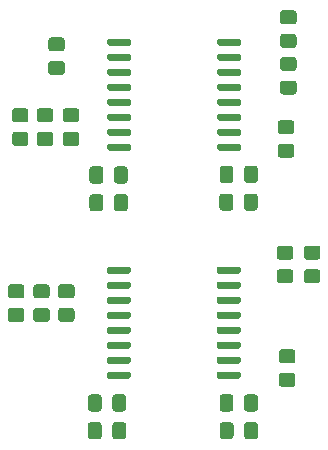
<source format=gtp>
G04 #@! TF.GenerationSoftware,KiCad,Pcbnew,(6.0.6)*
G04 #@! TF.CreationDate,2023-08-29T14:40:31+02:00*
G04 #@! TF.ProjectId,digital-isolator-6t2r,64696769-7461-46c2-9d69-736f6c61746f,rev?*
G04 #@! TF.SameCoordinates,Original*
G04 #@! TF.FileFunction,Paste,Top*
G04 #@! TF.FilePolarity,Positive*
%FSLAX46Y46*%
G04 Gerber Fmt 4.6, Leading zero omitted, Abs format (unit mm)*
G04 Created by KiCad (PCBNEW (6.0.6)) date 2023-08-29 14:40:31*
%MOMM*%
%LPD*%
G01*
G04 APERTURE LIST*
G04 APERTURE END LIST*
G36*
G01*
X105362500Y-45345000D02*
X105362500Y-45645000D01*
G75*
G02*
X105212500Y-45795000I-150000J0D01*
G01*
X103462500Y-45795000D01*
G75*
G02*
X103312500Y-45645000I0J150000D01*
G01*
X103312500Y-45345000D01*
G75*
G02*
X103462500Y-45195000I150000J0D01*
G01*
X105212500Y-45195000D01*
G75*
G02*
X105362500Y-45345000I0J-150000D01*
G01*
G37*
G36*
G01*
X105362500Y-44075000D02*
X105362500Y-44375000D01*
G75*
G02*
X105212500Y-44525000I-150000J0D01*
G01*
X103462500Y-44525000D01*
G75*
G02*
X103312500Y-44375000I0J150000D01*
G01*
X103312500Y-44075000D01*
G75*
G02*
X103462500Y-43925000I150000J0D01*
G01*
X105212500Y-43925000D01*
G75*
G02*
X105362500Y-44075000I0J-150000D01*
G01*
G37*
G36*
G01*
X105362500Y-42805000D02*
X105362500Y-43105000D01*
G75*
G02*
X105212500Y-43255000I-150000J0D01*
G01*
X103462500Y-43255000D01*
G75*
G02*
X103312500Y-43105000I0J150000D01*
G01*
X103312500Y-42805000D01*
G75*
G02*
X103462500Y-42655000I150000J0D01*
G01*
X105212500Y-42655000D01*
G75*
G02*
X105362500Y-42805000I0J-150000D01*
G01*
G37*
G36*
G01*
X105362500Y-41535000D02*
X105362500Y-41835000D01*
G75*
G02*
X105212500Y-41985000I-150000J0D01*
G01*
X103462500Y-41985000D01*
G75*
G02*
X103312500Y-41835000I0J150000D01*
G01*
X103312500Y-41535000D01*
G75*
G02*
X103462500Y-41385000I150000J0D01*
G01*
X105212500Y-41385000D01*
G75*
G02*
X105362500Y-41535000I0J-150000D01*
G01*
G37*
G36*
G01*
X105362500Y-40265000D02*
X105362500Y-40565000D01*
G75*
G02*
X105212500Y-40715000I-150000J0D01*
G01*
X103462500Y-40715000D01*
G75*
G02*
X103312500Y-40565000I0J150000D01*
G01*
X103312500Y-40265000D01*
G75*
G02*
X103462500Y-40115000I150000J0D01*
G01*
X105212500Y-40115000D01*
G75*
G02*
X105362500Y-40265000I0J-150000D01*
G01*
G37*
G36*
G01*
X105362500Y-38995000D02*
X105362500Y-39295000D01*
G75*
G02*
X105212500Y-39445000I-150000J0D01*
G01*
X103462500Y-39445000D01*
G75*
G02*
X103312500Y-39295000I0J150000D01*
G01*
X103312500Y-38995000D01*
G75*
G02*
X103462500Y-38845000I150000J0D01*
G01*
X105212500Y-38845000D01*
G75*
G02*
X105362500Y-38995000I0J-150000D01*
G01*
G37*
G36*
G01*
X105362500Y-37725000D02*
X105362500Y-38025000D01*
G75*
G02*
X105212500Y-38175000I-150000J0D01*
G01*
X103462500Y-38175000D01*
G75*
G02*
X103312500Y-38025000I0J150000D01*
G01*
X103312500Y-37725000D01*
G75*
G02*
X103462500Y-37575000I150000J0D01*
G01*
X105212500Y-37575000D01*
G75*
G02*
X105362500Y-37725000I0J-150000D01*
G01*
G37*
G36*
G01*
X105362500Y-36455000D02*
X105362500Y-36755000D01*
G75*
G02*
X105212500Y-36905000I-150000J0D01*
G01*
X103462500Y-36905000D01*
G75*
G02*
X103312500Y-36755000I0J150000D01*
G01*
X103312500Y-36455000D01*
G75*
G02*
X103462500Y-36305000I150000J0D01*
G01*
X105212500Y-36305000D01*
G75*
G02*
X105362500Y-36455000I0J-150000D01*
G01*
G37*
G36*
G01*
X96062500Y-36455000D02*
X96062500Y-36755000D01*
G75*
G02*
X95912500Y-36905000I-150000J0D01*
G01*
X94162500Y-36905000D01*
G75*
G02*
X94012500Y-36755000I0J150000D01*
G01*
X94012500Y-36455000D01*
G75*
G02*
X94162500Y-36305000I150000J0D01*
G01*
X95912500Y-36305000D01*
G75*
G02*
X96062500Y-36455000I0J-150000D01*
G01*
G37*
G36*
G01*
X96062500Y-37725000D02*
X96062500Y-38025000D01*
G75*
G02*
X95912500Y-38175000I-150000J0D01*
G01*
X94162500Y-38175000D01*
G75*
G02*
X94012500Y-38025000I0J150000D01*
G01*
X94012500Y-37725000D01*
G75*
G02*
X94162500Y-37575000I150000J0D01*
G01*
X95912500Y-37575000D01*
G75*
G02*
X96062500Y-37725000I0J-150000D01*
G01*
G37*
G36*
G01*
X96062500Y-38995000D02*
X96062500Y-39295000D01*
G75*
G02*
X95912500Y-39445000I-150000J0D01*
G01*
X94162500Y-39445000D01*
G75*
G02*
X94012500Y-39295000I0J150000D01*
G01*
X94012500Y-38995000D01*
G75*
G02*
X94162500Y-38845000I150000J0D01*
G01*
X95912500Y-38845000D01*
G75*
G02*
X96062500Y-38995000I0J-150000D01*
G01*
G37*
G36*
G01*
X96062500Y-40265000D02*
X96062500Y-40565000D01*
G75*
G02*
X95912500Y-40715000I-150000J0D01*
G01*
X94162500Y-40715000D01*
G75*
G02*
X94012500Y-40565000I0J150000D01*
G01*
X94012500Y-40265000D01*
G75*
G02*
X94162500Y-40115000I150000J0D01*
G01*
X95912500Y-40115000D01*
G75*
G02*
X96062500Y-40265000I0J-150000D01*
G01*
G37*
G36*
G01*
X96062500Y-41535000D02*
X96062500Y-41835000D01*
G75*
G02*
X95912500Y-41985000I-150000J0D01*
G01*
X94162500Y-41985000D01*
G75*
G02*
X94012500Y-41835000I0J150000D01*
G01*
X94012500Y-41535000D01*
G75*
G02*
X94162500Y-41385000I150000J0D01*
G01*
X95912500Y-41385000D01*
G75*
G02*
X96062500Y-41535000I0J-150000D01*
G01*
G37*
G36*
G01*
X96062500Y-42805000D02*
X96062500Y-43105000D01*
G75*
G02*
X95912500Y-43255000I-150000J0D01*
G01*
X94162500Y-43255000D01*
G75*
G02*
X94012500Y-43105000I0J150000D01*
G01*
X94012500Y-42805000D01*
G75*
G02*
X94162500Y-42655000I150000J0D01*
G01*
X95912500Y-42655000D01*
G75*
G02*
X96062500Y-42805000I0J-150000D01*
G01*
G37*
G36*
G01*
X96062500Y-44075000D02*
X96062500Y-44375000D01*
G75*
G02*
X95912500Y-44525000I-150000J0D01*
G01*
X94162500Y-44525000D01*
G75*
G02*
X94012500Y-44375000I0J150000D01*
G01*
X94012500Y-44075000D01*
G75*
G02*
X94162500Y-43925000I150000J0D01*
G01*
X95912500Y-43925000D01*
G75*
G02*
X96062500Y-44075000I0J-150000D01*
G01*
G37*
G36*
G01*
X96062500Y-45345000D02*
X96062500Y-45645000D01*
G75*
G02*
X95912500Y-45795000I-150000J0D01*
G01*
X94162500Y-45795000D01*
G75*
G02*
X94012500Y-45645000I0J150000D01*
G01*
X94012500Y-45345000D01*
G75*
G02*
X94162500Y-45195000I150000J0D01*
G01*
X95912500Y-45195000D01*
G75*
G02*
X96062500Y-45345000I0J-150000D01*
G01*
G37*
G36*
G01*
X95762500Y-49725000D02*
X95762500Y-50675000D01*
G75*
G02*
X95512500Y-50925000I-250000J0D01*
G01*
X94837500Y-50925000D01*
G75*
G02*
X94587500Y-50675000I0J250000D01*
G01*
X94587500Y-49725000D01*
G75*
G02*
X94837500Y-49475000I250000J0D01*
G01*
X95512500Y-49475000D01*
G75*
G02*
X95762500Y-49725000I0J-250000D01*
G01*
G37*
G36*
G01*
X93687500Y-49725000D02*
X93687500Y-50675000D01*
G75*
G02*
X93437500Y-50925000I-250000J0D01*
G01*
X92762500Y-50925000D01*
G75*
G02*
X92512500Y-50675000I0J250000D01*
G01*
X92512500Y-49725000D01*
G75*
G02*
X92762500Y-49475000I250000J0D01*
G01*
X93437500Y-49475000D01*
G75*
G02*
X93687500Y-49725000I0J-250000D01*
G01*
G37*
G36*
G01*
X109800000Y-37100000D02*
X108900000Y-37100000D01*
G75*
G02*
X108650000Y-36850000I0J250000D01*
G01*
X108650000Y-36150000D01*
G75*
G02*
X108900000Y-35900000I250000J0D01*
G01*
X109800000Y-35900000D01*
G75*
G02*
X110050000Y-36150000I0J-250000D01*
G01*
X110050000Y-36850000D01*
G75*
G02*
X109800000Y-37100000I-250000J0D01*
G01*
G37*
G36*
G01*
X109800000Y-35100000D02*
X108900000Y-35100000D01*
G75*
G02*
X108650000Y-34850000I0J250000D01*
G01*
X108650000Y-34150000D01*
G75*
G02*
X108900000Y-33900000I250000J0D01*
G01*
X109800000Y-33900000D01*
G75*
G02*
X110050000Y-34150000I0J-250000D01*
G01*
X110050000Y-34850000D01*
G75*
G02*
X109800000Y-35100000I-250000J0D01*
G01*
G37*
G36*
G01*
X86750000Y-60300000D02*
X85850000Y-60300000D01*
G75*
G02*
X85600000Y-60050000I0J250000D01*
G01*
X85600000Y-59350000D01*
G75*
G02*
X85850000Y-59100000I250000J0D01*
G01*
X86750000Y-59100000D01*
G75*
G02*
X87000000Y-59350000I0J-250000D01*
G01*
X87000000Y-60050000D01*
G75*
G02*
X86750000Y-60300000I-250000J0D01*
G01*
G37*
G36*
G01*
X86750000Y-58300000D02*
X85850000Y-58300000D01*
G75*
G02*
X85600000Y-58050000I0J250000D01*
G01*
X85600000Y-57350000D01*
G75*
G02*
X85850000Y-57100000I250000J0D01*
G01*
X86750000Y-57100000D01*
G75*
G02*
X87000000Y-57350000I0J-250000D01*
G01*
X87000000Y-58050000D01*
G75*
G02*
X86750000Y-58300000I-250000J0D01*
G01*
G37*
G36*
G01*
X103512500Y-50625000D02*
X103512500Y-49675000D01*
G75*
G02*
X103762500Y-49425000I250000J0D01*
G01*
X104437500Y-49425000D01*
G75*
G02*
X104687500Y-49675000I0J-250000D01*
G01*
X104687500Y-50625000D01*
G75*
G02*
X104437500Y-50875000I-250000J0D01*
G01*
X103762500Y-50875000D01*
G75*
G02*
X103512500Y-50625000I0J250000D01*
G01*
G37*
G36*
G01*
X105587500Y-50625000D02*
X105587500Y-49675000D01*
G75*
G02*
X105837500Y-49425000I250000J0D01*
G01*
X106512500Y-49425000D01*
G75*
G02*
X106762500Y-49675000I0J-250000D01*
G01*
X106762500Y-50625000D01*
G75*
G02*
X106512500Y-50875000I-250000J0D01*
G01*
X105837500Y-50875000D01*
G75*
G02*
X105587500Y-50625000I0J250000D01*
G01*
G37*
G36*
G01*
X88300000Y-42200000D02*
X89200000Y-42200000D01*
G75*
G02*
X89450000Y-42450000I0J-250000D01*
G01*
X89450000Y-43150000D01*
G75*
G02*
X89200000Y-43400000I-250000J0D01*
G01*
X88300000Y-43400000D01*
G75*
G02*
X88050000Y-43150000I0J250000D01*
G01*
X88050000Y-42450000D01*
G75*
G02*
X88300000Y-42200000I250000J0D01*
G01*
G37*
G36*
G01*
X88300000Y-44200000D02*
X89200000Y-44200000D01*
G75*
G02*
X89450000Y-44450000I0J-250000D01*
G01*
X89450000Y-45150000D01*
G75*
G02*
X89200000Y-45400000I-250000J0D01*
G01*
X88300000Y-45400000D01*
G75*
G02*
X88050000Y-45150000I0J250000D01*
G01*
X88050000Y-44450000D01*
G75*
G02*
X88300000Y-44200000I250000J0D01*
G01*
G37*
G36*
G01*
X111820000Y-57020000D02*
X110920000Y-57020000D01*
G75*
G02*
X110670000Y-56770000I0J250000D01*
G01*
X110670000Y-56070000D01*
G75*
G02*
X110920000Y-55820000I250000J0D01*
G01*
X111820000Y-55820000D01*
G75*
G02*
X112070000Y-56070000I0J-250000D01*
G01*
X112070000Y-56770000D01*
G75*
G02*
X111820000Y-57020000I-250000J0D01*
G01*
G37*
G36*
G01*
X111820000Y-55020000D02*
X110920000Y-55020000D01*
G75*
G02*
X110670000Y-54770000I0J250000D01*
G01*
X110670000Y-54070000D01*
G75*
G02*
X110920000Y-53820000I250000J0D01*
G01*
X111820000Y-53820000D01*
G75*
G02*
X112070000Y-54070000I0J-250000D01*
G01*
X112070000Y-54770000D01*
G75*
G02*
X111820000Y-55020000I-250000J0D01*
G01*
G37*
G36*
G01*
X95762500Y-47375000D02*
X95762500Y-48325000D01*
G75*
G02*
X95512500Y-48575000I-250000J0D01*
G01*
X94837500Y-48575000D01*
G75*
G02*
X94587500Y-48325000I0J250000D01*
G01*
X94587500Y-47375000D01*
G75*
G02*
X94837500Y-47125000I250000J0D01*
G01*
X95512500Y-47125000D01*
G75*
G02*
X95762500Y-47375000I0J-250000D01*
G01*
G37*
G36*
G01*
X93687500Y-47375000D02*
X93687500Y-48325000D01*
G75*
G02*
X93437500Y-48575000I-250000J0D01*
G01*
X92762500Y-48575000D01*
G75*
G02*
X92512500Y-48325000I0J250000D01*
G01*
X92512500Y-47375000D01*
G75*
G02*
X92762500Y-47125000I250000J0D01*
G01*
X93437500Y-47125000D01*
G75*
G02*
X93687500Y-47375000I0J-250000D01*
G01*
G37*
G36*
G01*
X88900000Y-60300000D02*
X88000000Y-60300000D01*
G75*
G02*
X87750000Y-60050000I0J250000D01*
G01*
X87750000Y-59350000D01*
G75*
G02*
X88000000Y-59100000I250000J0D01*
G01*
X88900000Y-59100000D01*
G75*
G02*
X89150000Y-59350000I0J-250000D01*
G01*
X89150000Y-60050000D01*
G75*
G02*
X88900000Y-60300000I-250000J0D01*
G01*
G37*
G36*
G01*
X88900000Y-58300000D02*
X88000000Y-58300000D01*
G75*
G02*
X87750000Y-58050000I0J250000D01*
G01*
X87750000Y-57350000D01*
G75*
G02*
X88000000Y-57100000I250000J0D01*
G01*
X88900000Y-57100000D01*
G75*
G02*
X89150000Y-57350000I0J-250000D01*
G01*
X89150000Y-58050000D01*
G75*
G02*
X88900000Y-58300000I-250000J0D01*
G01*
G37*
G36*
G01*
X103525000Y-67625000D02*
X103525000Y-66675000D01*
G75*
G02*
X103775000Y-66425000I250000J0D01*
G01*
X104450000Y-66425000D01*
G75*
G02*
X104700000Y-66675000I0J-250000D01*
G01*
X104700000Y-67625000D01*
G75*
G02*
X104450000Y-67875000I-250000J0D01*
G01*
X103775000Y-67875000D01*
G75*
G02*
X103525000Y-67625000I0J250000D01*
G01*
G37*
G36*
G01*
X105600000Y-67625000D02*
X105600000Y-66675000D01*
G75*
G02*
X105850000Y-66425000I250000J0D01*
G01*
X106525000Y-66425000D01*
G75*
G02*
X106775000Y-66675000I0J-250000D01*
G01*
X106775000Y-67625000D01*
G75*
G02*
X106525000Y-67875000I-250000J0D01*
G01*
X105850000Y-67875000D01*
G75*
G02*
X105600000Y-67625000I0J250000D01*
G01*
G37*
G36*
G01*
X109800000Y-41050000D02*
X108900000Y-41050000D01*
G75*
G02*
X108650000Y-40800000I0J250000D01*
G01*
X108650000Y-40100000D01*
G75*
G02*
X108900000Y-39850000I250000J0D01*
G01*
X109800000Y-39850000D01*
G75*
G02*
X110050000Y-40100000I0J-250000D01*
G01*
X110050000Y-40800000D01*
G75*
G02*
X109800000Y-41050000I-250000J0D01*
G01*
G37*
G36*
G01*
X109800000Y-39050000D02*
X108900000Y-39050000D01*
G75*
G02*
X108650000Y-38800000I0J250000D01*
G01*
X108650000Y-38100000D01*
G75*
G02*
X108900000Y-37850000I250000J0D01*
G01*
X109800000Y-37850000D01*
G75*
G02*
X110050000Y-38100000I0J-250000D01*
G01*
X110050000Y-38800000D01*
G75*
G02*
X109800000Y-39050000I-250000J0D01*
G01*
G37*
G36*
G01*
X108700000Y-43200000D02*
X109600000Y-43200000D01*
G75*
G02*
X109850000Y-43450000I0J-250000D01*
G01*
X109850000Y-44150000D01*
G75*
G02*
X109600000Y-44400000I-250000J0D01*
G01*
X108700000Y-44400000D01*
G75*
G02*
X108450000Y-44150000I0J250000D01*
G01*
X108450000Y-43450000D01*
G75*
G02*
X108700000Y-43200000I250000J0D01*
G01*
G37*
G36*
G01*
X108700000Y-45200000D02*
X109600000Y-45200000D01*
G75*
G02*
X109850000Y-45450000I0J-250000D01*
G01*
X109850000Y-46150000D01*
G75*
G02*
X109600000Y-46400000I-250000J0D01*
G01*
X108700000Y-46400000D01*
G75*
G02*
X108450000Y-46150000I0J250000D01*
G01*
X108450000Y-45450000D01*
G75*
G02*
X108700000Y-45200000I250000J0D01*
G01*
G37*
G36*
G01*
X105325000Y-64645000D02*
X105325000Y-64945000D01*
G75*
G02*
X105175000Y-65095000I-150000J0D01*
G01*
X103425000Y-65095000D01*
G75*
G02*
X103275000Y-64945000I0J150000D01*
G01*
X103275000Y-64645000D01*
G75*
G02*
X103425000Y-64495000I150000J0D01*
G01*
X105175000Y-64495000D01*
G75*
G02*
X105325000Y-64645000I0J-150000D01*
G01*
G37*
G36*
G01*
X105325000Y-63375000D02*
X105325000Y-63675000D01*
G75*
G02*
X105175000Y-63825000I-150000J0D01*
G01*
X103425000Y-63825000D01*
G75*
G02*
X103275000Y-63675000I0J150000D01*
G01*
X103275000Y-63375000D01*
G75*
G02*
X103425000Y-63225000I150000J0D01*
G01*
X105175000Y-63225000D01*
G75*
G02*
X105325000Y-63375000I0J-150000D01*
G01*
G37*
G36*
G01*
X105325000Y-62105000D02*
X105325000Y-62405000D01*
G75*
G02*
X105175000Y-62555000I-150000J0D01*
G01*
X103425000Y-62555000D01*
G75*
G02*
X103275000Y-62405000I0J150000D01*
G01*
X103275000Y-62105000D01*
G75*
G02*
X103425000Y-61955000I150000J0D01*
G01*
X105175000Y-61955000D01*
G75*
G02*
X105325000Y-62105000I0J-150000D01*
G01*
G37*
G36*
G01*
X105325000Y-60835000D02*
X105325000Y-61135000D01*
G75*
G02*
X105175000Y-61285000I-150000J0D01*
G01*
X103425000Y-61285000D01*
G75*
G02*
X103275000Y-61135000I0J150000D01*
G01*
X103275000Y-60835000D01*
G75*
G02*
X103425000Y-60685000I150000J0D01*
G01*
X105175000Y-60685000D01*
G75*
G02*
X105325000Y-60835000I0J-150000D01*
G01*
G37*
G36*
G01*
X105325000Y-59565000D02*
X105325000Y-59865000D01*
G75*
G02*
X105175000Y-60015000I-150000J0D01*
G01*
X103425000Y-60015000D01*
G75*
G02*
X103275000Y-59865000I0J150000D01*
G01*
X103275000Y-59565000D01*
G75*
G02*
X103425000Y-59415000I150000J0D01*
G01*
X105175000Y-59415000D01*
G75*
G02*
X105325000Y-59565000I0J-150000D01*
G01*
G37*
G36*
G01*
X105325000Y-58295000D02*
X105325000Y-58595000D01*
G75*
G02*
X105175000Y-58745000I-150000J0D01*
G01*
X103425000Y-58745000D01*
G75*
G02*
X103275000Y-58595000I0J150000D01*
G01*
X103275000Y-58295000D01*
G75*
G02*
X103425000Y-58145000I150000J0D01*
G01*
X105175000Y-58145000D01*
G75*
G02*
X105325000Y-58295000I0J-150000D01*
G01*
G37*
G36*
G01*
X105325000Y-57025000D02*
X105325000Y-57325000D01*
G75*
G02*
X105175000Y-57475000I-150000J0D01*
G01*
X103425000Y-57475000D01*
G75*
G02*
X103275000Y-57325000I0J150000D01*
G01*
X103275000Y-57025000D01*
G75*
G02*
X103425000Y-56875000I150000J0D01*
G01*
X105175000Y-56875000D01*
G75*
G02*
X105325000Y-57025000I0J-150000D01*
G01*
G37*
G36*
G01*
X105325000Y-55755000D02*
X105325000Y-56055000D01*
G75*
G02*
X105175000Y-56205000I-150000J0D01*
G01*
X103425000Y-56205000D01*
G75*
G02*
X103275000Y-56055000I0J150000D01*
G01*
X103275000Y-55755000D01*
G75*
G02*
X103425000Y-55605000I150000J0D01*
G01*
X105175000Y-55605000D01*
G75*
G02*
X105325000Y-55755000I0J-150000D01*
G01*
G37*
G36*
G01*
X96025000Y-55755000D02*
X96025000Y-56055000D01*
G75*
G02*
X95875000Y-56205000I-150000J0D01*
G01*
X94125000Y-56205000D01*
G75*
G02*
X93975000Y-56055000I0J150000D01*
G01*
X93975000Y-55755000D01*
G75*
G02*
X94125000Y-55605000I150000J0D01*
G01*
X95875000Y-55605000D01*
G75*
G02*
X96025000Y-55755000I0J-150000D01*
G01*
G37*
G36*
G01*
X96025000Y-57025000D02*
X96025000Y-57325000D01*
G75*
G02*
X95875000Y-57475000I-150000J0D01*
G01*
X94125000Y-57475000D01*
G75*
G02*
X93975000Y-57325000I0J150000D01*
G01*
X93975000Y-57025000D01*
G75*
G02*
X94125000Y-56875000I150000J0D01*
G01*
X95875000Y-56875000D01*
G75*
G02*
X96025000Y-57025000I0J-150000D01*
G01*
G37*
G36*
G01*
X96025000Y-58295000D02*
X96025000Y-58595000D01*
G75*
G02*
X95875000Y-58745000I-150000J0D01*
G01*
X94125000Y-58745000D01*
G75*
G02*
X93975000Y-58595000I0J150000D01*
G01*
X93975000Y-58295000D01*
G75*
G02*
X94125000Y-58145000I150000J0D01*
G01*
X95875000Y-58145000D01*
G75*
G02*
X96025000Y-58295000I0J-150000D01*
G01*
G37*
G36*
G01*
X96025000Y-59565000D02*
X96025000Y-59865000D01*
G75*
G02*
X95875000Y-60015000I-150000J0D01*
G01*
X94125000Y-60015000D01*
G75*
G02*
X93975000Y-59865000I0J150000D01*
G01*
X93975000Y-59565000D01*
G75*
G02*
X94125000Y-59415000I150000J0D01*
G01*
X95875000Y-59415000D01*
G75*
G02*
X96025000Y-59565000I0J-150000D01*
G01*
G37*
G36*
G01*
X96025000Y-60835000D02*
X96025000Y-61135000D01*
G75*
G02*
X95875000Y-61285000I-150000J0D01*
G01*
X94125000Y-61285000D01*
G75*
G02*
X93975000Y-61135000I0J150000D01*
G01*
X93975000Y-60835000D01*
G75*
G02*
X94125000Y-60685000I150000J0D01*
G01*
X95875000Y-60685000D01*
G75*
G02*
X96025000Y-60835000I0J-150000D01*
G01*
G37*
G36*
G01*
X96025000Y-62105000D02*
X96025000Y-62405000D01*
G75*
G02*
X95875000Y-62555000I-150000J0D01*
G01*
X94125000Y-62555000D01*
G75*
G02*
X93975000Y-62405000I0J150000D01*
G01*
X93975000Y-62105000D01*
G75*
G02*
X94125000Y-61955000I150000J0D01*
G01*
X95875000Y-61955000D01*
G75*
G02*
X96025000Y-62105000I0J-150000D01*
G01*
G37*
G36*
G01*
X96025000Y-63375000D02*
X96025000Y-63675000D01*
G75*
G02*
X95875000Y-63825000I-150000J0D01*
G01*
X94125000Y-63825000D01*
G75*
G02*
X93975000Y-63675000I0J150000D01*
G01*
X93975000Y-63375000D01*
G75*
G02*
X94125000Y-63225000I150000J0D01*
G01*
X95875000Y-63225000D01*
G75*
G02*
X96025000Y-63375000I0J-150000D01*
G01*
G37*
G36*
G01*
X96025000Y-64645000D02*
X96025000Y-64945000D01*
G75*
G02*
X95875000Y-65095000I-150000J0D01*
G01*
X94125000Y-65095000D01*
G75*
G02*
X93975000Y-64945000I0J150000D01*
G01*
X93975000Y-64645000D01*
G75*
G02*
X94125000Y-64495000I150000J0D01*
G01*
X95875000Y-64495000D01*
G75*
G02*
X96025000Y-64645000I0J-150000D01*
G01*
G37*
G36*
G01*
X95625000Y-69025000D02*
X95625000Y-69975000D01*
G75*
G02*
X95375000Y-70225000I-250000J0D01*
G01*
X94700000Y-70225000D01*
G75*
G02*
X94450000Y-69975000I0J250000D01*
G01*
X94450000Y-69025000D01*
G75*
G02*
X94700000Y-68775000I250000J0D01*
G01*
X95375000Y-68775000D01*
G75*
G02*
X95625000Y-69025000I0J-250000D01*
G01*
G37*
G36*
G01*
X93550000Y-69025000D02*
X93550000Y-69975000D01*
G75*
G02*
X93300000Y-70225000I-250000J0D01*
G01*
X92625000Y-70225000D01*
G75*
G02*
X92375000Y-69975000I0J250000D01*
G01*
X92375000Y-69025000D01*
G75*
G02*
X92625000Y-68775000I250000J0D01*
G01*
X93300000Y-68775000D01*
G75*
G02*
X93550000Y-69025000I0J-250000D01*
G01*
G37*
G36*
G01*
X103537500Y-69975000D02*
X103537500Y-69025000D01*
G75*
G02*
X103787500Y-68775000I250000J0D01*
G01*
X104462500Y-68775000D01*
G75*
G02*
X104712500Y-69025000I0J-250000D01*
G01*
X104712500Y-69975000D01*
G75*
G02*
X104462500Y-70225000I-250000J0D01*
G01*
X103787500Y-70225000D01*
G75*
G02*
X103537500Y-69975000I0J250000D01*
G01*
G37*
G36*
G01*
X105612500Y-69975000D02*
X105612500Y-69025000D01*
G75*
G02*
X105862500Y-68775000I250000J0D01*
G01*
X106537500Y-68775000D01*
G75*
G02*
X106787500Y-69025000I0J-250000D01*
G01*
X106787500Y-69975000D01*
G75*
G02*
X106537500Y-70225000I-250000J0D01*
G01*
X105862500Y-70225000D01*
G75*
G02*
X105612500Y-69975000I0J250000D01*
G01*
G37*
G36*
G01*
X109520000Y-57020000D02*
X108620000Y-57020000D01*
G75*
G02*
X108370000Y-56770000I0J250000D01*
G01*
X108370000Y-56070000D01*
G75*
G02*
X108620000Y-55820000I250000J0D01*
G01*
X109520000Y-55820000D01*
G75*
G02*
X109770000Y-56070000I0J-250000D01*
G01*
X109770000Y-56770000D01*
G75*
G02*
X109520000Y-57020000I-250000J0D01*
G01*
G37*
G36*
G01*
X109520000Y-55020000D02*
X108620000Y-55020000D01*
G75*
G02*
X108370000Y-54770000I0J250000D01*
G01*
X108370000Y-54070000D01*
G75*
G02*
X108620000Y-53820000I250000J0D01*
G01*
X109520000Y-53820000D01*
G75*
G02*
X109770000Y-54070000I0J-250000D01*
G01*
X109770000Y-54770000D01*
G75*
G02*
X109520000Y-55020000I-250000J0D01*
G01*
G37*
G36*
G01*
X91000000Y-60300000D02*
X90100000Y-60300000D01*
G75*
G02*
X89850000Y-60050000I0J250000D01*
G01*
X89850000Y-59350000D01*
G75*
G02*
X90100000Y-59100000I250000J0D01*
G01*
X91000000Y-59100000D01*
G75*
G02*
X91250000Y-59350000I0J-250000D01*
G01*
X91250000Y-60050000D01*
G75*
G02*
X91000000Y-60300000I-250000J0D01*
G01*
G37*
G36*
G01*
X91000000Y-58300000D02*
X90100000Y-58300000D01*
G75*
G02*
X89850000Y-58050000I0J250000D01*
G01*
X89850000Y-57350000D01*
G75*
G02*
X90100000Y-57100000I250000J0D01*
G01*
X91000000Y-57100000D01*
G75*
G02*
X91250000Y-57350000I0J-250000D01*
G01*
X91250000Y-58050000D01*
G75*
G02*
X91000000Y-58300000I-250000J0D01*
G01*
G37*
G36*
G01*
X86200000Y-42200000D02*
X87100000Y-42200000D01*
G75*
G02*
X87350000Y-42450000I0J-250000D01*
G01*
X87350000Y-43150000D01*
G75*
G02*
X87100000Y-43400000I-250000J0D01*
G01*
X86200000Y-43400000D01*
G75*
G02*
X85950000Y-43150000I0J250000D01*
G01*
X85950000Y-42450000D01*
G75*
G02*
X86200000Y-42200000I250000J0D01*
G01*
G37*
G36*
G01*
X86200000Y-44200000D02*
X87100000Y-44200000D01*
G75*
G02*
X87350000Y-44450000I0J-250000D01*
G01*
X87350000Y-45150000D01*
G75*
G02*
X87100000Y-45400000I-250000J0D01*
G01*
X86200000Y-45400000D01*
G75*
G02*
X85950000Y-45150000I0J250000D01*
G01*
X85950000Y-44450000D01*
G75*
G02*
X86200000Y-44200000I250000J0D01*
G01*
G37*
G36*
G01*
X108800000Y-62600000D02*
X109700000Y-62600000D01*
G75*
G02*
X109950000Y-62850000I0J-250000D01*
G01*
X109950000Y-63550000D01*
G75*
G02*
X109700000Y-63800000I-250000J0D01*
G01*
X108800000Y-63800000D01*
G75*
G02*
X108550000Y-63550000I0J250000D01*
G01*
X108550000Y-62850000D01*
G75*
G02*
X108800000Y-62600000I250000J0D01*
G01*
G37*
G36*
G01*
X108800000Y-64600000D02*
X109700000Y-64600000D01*
G75*
G02*
X109950000Y-64850000I0J-250000D01*
G01*
X109950000Y-65550000D01*
G75*
G02*
X109700000Y-65800000I-250000J0D01*
G01*
X108800000Y-65800000D01*
G75*
G02*
X108550000Y-65550000I0J250000D01*
G01*
X108550000Y-64850000D01*
G75*
G02*
X108800000Y-64600000I250000J0D01*
G01*
G37*
G36*
G01*
X103525000Y-48275000D02*
X103525000Y-47325000D01*
G75*
G02*
X103775000Y-47075000I250000J0D01*
G01*
X104450000Y-47075000D01*
G75*
G02*
X104700000Y-47325000I0J-250000D01*
G01*
X104700000Y-48275000D01*
G75*
G02*
X104450000Y-48525000I-250000J0D01*
G01*
X103775000Y-48525000D01*
G75*
G02*
X103525000Y-48275000I0J250000D01*
G01*
G37*
G36*
G01*
X105600000Y-48275000D02*
X105600000Y-47325000D01*
G75*
G02*
X105850000Y-47075000I250000J0D01*
G01*
X106525000Y-47075000D01*
G75*
G02*
X106775000Y-47325000I0J-250000D01*
G01*
X106775000Y-48275000D01*
G75*
G02*
X106525000Y-48525000I-250000J0D01*
G01*
X105850000Y-48525000D01*
G75*
G02*
X105600000Y-48275000I0J250000D01*
G01*
G37*
G36*
G01*
X90500000Y-42200000D02*
X91400000Y-42200000D01*
G75*
G02*
X91650000Y-42450000I0J-250000D01*
G01*
X91650000Y-43150000D01*
G75*
G02*
X91400000Y-43400000I-250000J0D01*
G01*
X90500000Y-43400000D01*
G75*
G02*
X90250000Y-43150000I0J250000D01*
G01*
X90250000Y-42450000D01*
G75*
G02*
X90500000Y-42200000I250000J0D01*
G01*
G37*
G36*
G01*
X90500000Y-44200000D02*
X91400000Y-44200000D01*
G75*
G02*
X91650000Y-44450000I0J-250000D01*
G01*
X91650000Y-45150000D01*
G75*
G02*
X91400000Y-45400000I-250000J0D01*
G01*
X90500000Y-45400000D01*
G75*
G02*
X90250000Y-45150000I0J250000D01*
G01*
X90250000Y-44450000D01*
G75*
G02*
X90500000Y-44200000I250000J0D01*
G01*
G37*
G36*
G01*
X90170000Y-39390000D02*
X89270000Y-39390000D01*
G75*
G02*
X89020000Y-39140000I0J250000D01*
G01*
X89020000Y-38440000D01*
G75*
G02*
X89270000Y-38190000I250000J0D01*
G01*
X90170000Y-38190000D01*
G75*
G02*
X90420000Y-38440000I0J-250000D01*
G01*
X90420000Y-39140000D01*
G75*
G02*
X90170000Y-39390000I-250000J0D01*
G01*
G37*
G36*
G01*
X90170000Y-37390000D02*
X89270000Y-37390000D01*
G75*
G02*
X89020000Y-37140000I0J250000D01*
G01*
X89020000Y-36440000D01*
G75*
G02*
X89270000Y-36190000I250000J0D01*
G01*
X90170000Y-36190000D01*
G75*
G02*
X90420000Y-36440000I0J-250000D01*
G01*
X90420000Y-37140000D01*
G75*
G02*
X90170000Y-37390000I-250000J0D01*
G01*
G37*
G36*
G01*
X95625000Y-66675000D02*
X95625000Y-67625000D01*
G75*
G02*
X95375000Y-67875000I-250000J0D01*
G01*
X94700000Y-67875000D01*
G75*
G02*
X94450000Y-67625000I0J250000D01*
G01*
X94450000Y-66675000D01*
G75*
G02*
X94700000Y-66425000I250000J0D01*
G01*
X95375000Y-66425000D01*
G75*
G02*
X95625000Y-66675000I0J-250000D01*
G01*
G37*
G36*
G01*
X93550000Y-66675000D02*
X93550000Y-67625000D01*
G75*
G02*
X93300000Y-67875000I-250000J0D01*
G01*
X92625000Y-67875000D01*
G75*
G02*
X92375000Y-67625000I0J250000D01*
G01*
X92375000Y-66675000D01*
G75*
G02*
X92625000Y-66425000I250000J0D01*
G01*
X93300000Y-66425000D01*
G75*
G02*
X93550000Y-66675000I0J-250000D01*
G01*
G37*
M02*

</source>
